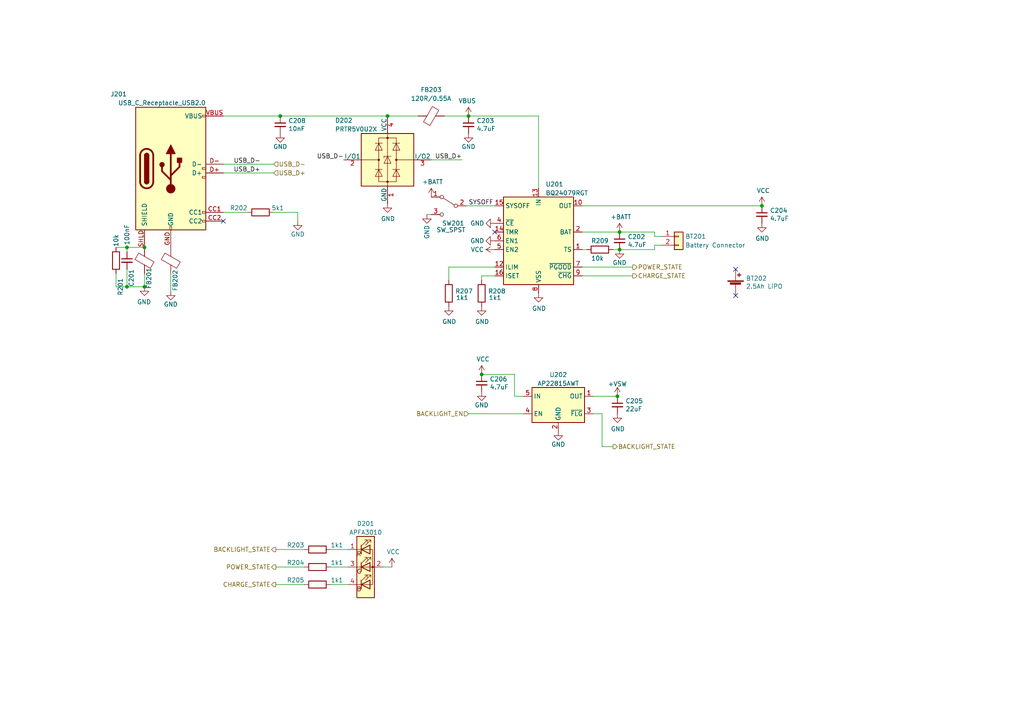
<source format=kicad_sch>
(kicad_sch (version 20211123) (generator eeschema)
  (paper "A4")
  (title_block (title "Power") (date "2022-04-27") (rev "0.1"))
  (lib_symbols
    (symbol "Battery_Management:BQ24079RGT"
      (property "Reference" "U" (at -8.89 13.97 0))
      (property "Value" "BQ24079RGT" (at 16.51 13.97 0))
      (symbol "BQ24079RGT_0_1"
        (rectangle (start -10.16 12.7) (end 10.16 -12.7) (stroke (width 0.254)) (fill (type background)))
      )
      (symbol "BQ24079RGT_1_1"
        (pin passive line (at 12.7 -2.54 180) (length 2.54) (name "TS") (number "1"))
        (pin power_out line (at 12.7 10.16 180) (length 2.54) (name "OUT") (number "10"))
        (pin passive line (at 12.7 10.16 180) (length 2.54) hide (name "OUT") (number "11"))
        (pin passive line (at -12.7 -7.62 0) (length 2.54) (name "ILIM") (number "12"))
        (pin power_in line (at 0 15.24 270) (length 2.54) (name "IN") (number "13"))
        (pin input line (at -12.7 2.54 0) (length 2.54) (name "TMR") (number "14"))
        (pin input line (at -12.7 10.16 0) (length 2.54) (name "SYSOFF") (number "15"))
        (pin passive line (at -12.7 -10.16 0) (length 2.54) (name "ISET") (number "16"))
        (pin passive line (at 0 -15.24 90) (length 2.54) hide (name "VSS") (number "17"))
        (pin power_out line (at 12.7 2.54 180) (length 2.54) (name "BAT") (number "2"))
        (pin passive line (at 12.7 2.54 180) (length 2.54) hide (name "BAT") (number "3"))
        (pin input line (at -12.7 5.08 0) (length 2.54) (name "~{CE}") (number "4"))
        (pin input line (at -12.7 -2.54 0) (length 2.54) (name "EN2") (number "5"))
        (pin input line (at -12.7 0 0) (length 2.54) (name "EN1") (number "6"))
        (pin open_collector line (at 12.7 -7.62 180) (length 2.54) (name "~{PGOOD}") (number "7"))
        (pin power_in line (at 0 -15.24 90) (length 2.54) (name "VSS") (number "8"))
        (pin open_collector line (at 12.7 -10.16 180) (length 2.54) (name "~{CHG}") (number "9"))
      )
    )
    (symbol "Connector_Generic:Conn_01x02" (pin_names (offset 1.016) hide)
      (property "Reference" "J" (at 0 2.54 0))
      (property "Value" "Conn_01x02" (at 0 -5.08 0))
      (symbol "Conn_01x02_1_1"
        (rectangle (start -1.27 -2.413) (end 0 -2.667) (stroke (width 0.1524)))
        (rectangle (start -1.27 0.127) (end 0 -0.127) (stroke (width 0.1524)))
        (rectangle (start -1.27 1.27) (end 1.27 -3.81) (stroke (width 0.254)) (fill (type background)))
        (pin passive line (at -5.08 0 0) (length 3.81) (name "Pin_1") (number "1"))
        (pin passive line (at -5.08 -2.54 0) (length 3.81) (name "Pin_2") (number "2"))
      )
    )
    (symbol "Device:Battery_Cell" (pin_numbers hide) (pin_names (offset 0) hide)
      (property "Reference" "BT" (at 2.54 2.54 0))
      (property "Value" "Battery_Cell" (at 2.54 0 0))
      (symbol "Battery_Cell_0_1"
        (rectangle (start -2.286 1.778) (end 2.286 1.524) (fill (type outline)))
        (rectangle (start -1.5748 1.1938) (end 1.4732 0.6858) (fill (type outline)))
        (polyline (pts (xy 0 0.762) (xy 0 0)))
        (polyline (pts (xy 0 1.778) (xy 0 2.54)))
        (polyline (pts (xy 0.508 3.429) (xy 1.524 3.429)) (stroke (width 0.254)))
        (polyline (pts (xy 1.016 3.937) (xy 1.016 2.921)) (stroke (width 0.254)))
      )
      (symbol "Battery_Cell_1_1"
        (pin passive line (at 0 5.08 270) (length 2.54) (name "+") (number "1"))
        (pin passive line (at 0 -2.54 90) (length 2.54) (name "-") (number "2"))
      )
    )
    (symbol "Device:C_Small" (pin_numbers hide) (pin_names (offset 0.254) hide)
      (property "Reference" "C" (at 0.254 1.778 0))
      (property "Value" "C_Small" (at 0.254 -2.032 0))
      (symbol "C_Small_0_1"
        (polyline (pts (xy -1.524 -0.508) (xy 1.524 -0.508)) (stroke (width 0.3302)))
        (polyline (pts (xy -1.524 0.508) (xy 1.524 0.508)) (stroke (width 0.3048)))
      )
      (symbol "C_Small_1_1"
        (pin passive line (at 0 2.54 270) (length 2.032) (name "~") (number "1"))
        (pin passive line (at 0 -2.54 90) (length 2.032) (name "~") (number "2"))
      )
    )
    (symbol "Device:FerriteBead" (pin_numbers hide) (pin_names (offset 0))
      (property "Reference" "FB" (at -3.81 0.635 90))
      (property "Value" "FerriteBead" (at 3.81 0 90))
      (symbol "FerriteBead_0_1"
        (polyline (pts (xy 0 -1.27) (xy 0 -1.2192)))
        (polyline (pts (xy 0 1.27) (xy 0 1.2954)))
        (polyline (pts (xy -2.7686 0.4064) (xy -1.7018 2.2606) (xy 2.7686 -0.3048) (xy 1.6764 -2.159) (xy -2.7686 0.4064)))
      )
      (symbol "FerriteBead_1_1"
        (pin passive line (at 0 3.81 270) (length 2.54) (name "~") (number "1"))
        (pin passive line (at 0 -3.81 90) (length 2.54) (name "~") (number "2"))
      )
    )
    (symbol "Device:R" (pin_numbers hide) (pin_names (offset 0))
      (property "Reference" "R" (at 2.032 0 90))
      (property "Value" "R" (at 0 0 90))
      (symbol "R_0_1"
        (rectangle (start -1.016 -2.54) (end 1.016 2.54) (stroke (width 0.254)))
      )
      (symbol "R_1_1"
        (pin passive line (at 0 3.81 270) (length 1.27) (name "~") (number "1"))
        (pin passive line (at 0 -3.81 90) (length 1.27) (name "~") (number "2"))
      )
    )
    (symbol "LED:APFA3010" (pin_names (offset 0) hide)
      (property "Reference" "D" (at 0 10.16 0))
      (property "Value" "APFA3010" (at 0 -10.16 0))
      (symbol "APFA3010_0_0"
        (text "B" (at -1.905 -6.35 0) (effects (font (size 1.27 1.27))))
        (text "G" (at -1.905 -1.27 0) (effects (font (size 1.27 1.27))))
        (text "R" (at -1.905 3.81 0) (effects (font (size 1.27 1.27))))
      )
      (symbol "APFA3010_0_1"
        (rectangle (start -2.54 -8.89) (end 2.54 8.89) (stroke (width 0.254)) (fill (type background)))
        (polyline (pts (xy -2.54 -5.08) (xy 1.27 -5.08)))
        (polyline (pts (xy -1.27 -3.81) (xy -1.27 -6.35)) (stroke (width 0.254)))
        (polyline (pts (xy -1.27 1.27) (xy -1.27 -1.27)) (stroke (width 0.254)))
        (polyline (pts (xy -1.27 6.35) (xy -1.27 3.81)) (stroke (width 0.254)))
        (polyline (pts (xy 1.27 5.08) (xy -2.54 5.08)))
        (polyline (pts (xy 2.54 0) (xy -2.54 0)))
        (polyline (pts (xy 1.27 -5.08) (xy 2.032 -5.08) (xy 2.032 5.08) (xy 1.27 5.08)))
        (polyline (pts (xy 1.27 -3.81) (xy 1.27 -6.35) (xy -1.27 -5.08) (xy 1.27 -3.81)) (stroke (width 0.254)))
        (polyline (pts (xy 1.27 1.27) (xy 1.27 -1.27) (xy -1.27 0) (xy 1.27 1.27)) (stroke (width 0.254)))
        (polyline (pts (xy 1.27 6.35) (xy 1.27 3.81) (xy -1.27 5.08) (xy 1.27 6.35)) (stroke (width 0.254)))
        (polyline (pts (xy -1.016 -3.81) (xy 0.508 -2.286) (xy -0.254 -2.286) (xy 0.508 -2.286) (xy 0.508 -3.048)))
        (polyline (pts (xy -1.016 1.27) (xy 0.508 2.794) (xy -0.254 2.794) (xy 0.508 2.794) (xy 0.508 2.032)))
        (polyline (pts (xy -1.016 6.35) (xy 0.508 7.874) (xy -0.254 7.874) (xy 0.508 7.874) (xy 0.508 7.112)))
        (polyline (pts (xy 0 -3.81) (xy 1.524 -2.286) (xy 0.762 -2.286) (xy 1.524 -2.286) (xy 1.524 -3.048)))
        (polyline (pts (xy 0 1.27) (xy 1.524 2.794) (xy 0.762 2.794) (xy 1.524 2.794) (xy 1.524 2.032)))
        (polyline (pts (xy 0 6.35) (xy 1.524 7.874) (xy 0.762 7.874) (xy 1.524 7.874) (xy 1.524 7.112)))
        (rectangle (start 1.27 6.35) (end 1.27 6.35))
        (circle (center 2.032 0) (radius 0.254) (fill (type outline)))
      )
      (symbol "APFA3010_1_1"
        (pin input line (at -5.08 5.08 0) (length 2.54) (name "R") (number "1"))
        (pin power_in line (at 5.08 0 180) (length 2.54) (name "A") (number "2"))
        (pin input line (at -5.08 0 0) (length 2.54) (name "G") (number "3"))
        (pin input line (at -5.08 -5.08 0) (length 2.54) (name "B") (number "4"))
      )
    )
    (symbol "Power_Protection:PRTR5V0U2X" (pin_names (offset 0))
      (property "Reference" "D" (at 2.794 8.636 0))
      (property "Value" "PRTR5V0U2X" (at 8.128 -9.398 0))
      (symbol "PRTR5V0U2X_0_1"
        (rectangle (start -7.62 -7.62) (end 7.62 7.62) (stroke (width 0.254)) (fill (type background)))
        (circle (center -2.54 0) (radius 0.254) (fill (type outline)))
        (rectangle (start -2.54 6.35) (end 2.54 -6.35))
        (circle (center 0 -6.35) (radius 0.254) (fill (type outline)))
        (polyline (pts (xy -2.54 0) (xy -7.62 0)))
        (polyline (pts (xy -1.524 -2.794) (xy -3.556 -2.794)))
        (polyline (pts (xy -1.524 4.826) (xy -3.556 4.826)))
        (polyline (pts (xy 0 -7.62) (xy 0 7.62)))
        (polyline (pts (xy 1.524 -2.794) (xy 3.556 -2.794)))
        (polyline (pts (xy 1.524 4.826) (xy 3.556 4.826)))
        (polyline (pts (xy 2.54 0) (xy 7.62 0)))
        (polyline (pts (xy 1.016 1.016) (xy -1.016 1.016) (xy -1.016 0.508)))
        (polyline (pts (xy -3.556 -4.826) (xy -1.524 -4.826) (xy -2.54 -2.794) (xy -3.556 -4.826)))
        (polyline (pts (xy -3.556 2.794) (xy -1.524 2.794) (xy -2.54 4.826) (xy -3.556 2.794)))
        (polyline (pts (xy -1.016 -1.016) (xy 1.016 -1.016) (xy 0 1.016) (xy -1.016 -1.016)))
        (polyline (pts (xy 3.556 -4.826) (xy 1.524 -4.826) (xy 2.54 -2.794) (xy 3.556 -4.826)))
        (polyline (pts (xy 3.556 2.794) (xy 1.524 2.794) (xy 2.54 4.826) (xy 3.556 2.794)))
        (circle (center 0 6.35) (radius 0.254) (fill (type outline)))
        (circle (center 2.54 0) (radius 0.254) (fill (type outline)))
      )
      (symbol "PRTR5V0U2X_1_1"
        (pin passive line (at 0 -12.7 90) (length 5.08) (name "GND") (number "1"))
        (pin passive line (at -12.7 0 0) (length 5.08) (name "I/O1") (number "2"))
        (pin passive line (at 12.7 0 180) (length 5.08) (name "I/O2") (number "3"))
        (pin passive line (at 0 12.7 270) (length 5.08) (name "VCC") (number "4"))
      )
    )
    (symbol "Switch:SW_SPDT" (pin_names (offset 0) hide)
      (property "Reference" "SW" (at 0 4.318 0))
      (property "Value" "SW_SPDT" (at 0 -5.08 0))
      (symbol "SW_SPDT_0_0"
        (circle (center -2.032 0) (radius 0.508))
        (circle (center 2.032 -2.54) (radius 0.508))
      )
      (symbol "SW_SPDT_0_1"
        (polyline (pts (xy -1.524 0.254) (xy 1.651 2.286)))
        (circle (center 2.032 2.54) (radius 0.508))
      )
      (symbol "SW_SPDT_1_1"
        (pin passive line (at 5.08 2.54 180) (length 2.54) (name "A") (number "1"))
        (pin passive line (at -5.08 0 0) (length 2.54) (name "B") (number "2"))
        (pin passive line (at 5.08 -2.54 180) (length 2.54) (name "C") (number "3"))
      )
    )
    (symbol "ergoducks:AP22815AWT"
      (property "Reference" "U" (at -7.62 -6.35 0))
      (property "Value" "AP22815AWT" (at -7.62 6.35 0))
      (symbol "AP22815AWT_0_1"
        (rectangle (start -7.62 5.08) (end 7.62 -5.08) (stroke (width 0.254)) (fill (type background)))
      )
      (symbol "AP22815AWT_1_1"
        (pin power_out line (at 10.16 2.54 180) (length 2.54) (name "OUT") (number "1"))
        (pin power_in line (at 0 -7.62 90) (length 2.54) (name "GND") (number "2"))
        (pin open_collector line (at 10.16 -2.54 180) (length 2.54) (name "~{FLG}") (number "3"))
        (pin input line (at -10.16 -2.54 0) (length 2.54) (name "EN") (number "4"))
        (pin power_in line (at -10.16 2.54 0) (length 2.54) (name "IN") (number "5"))
      )
    )
    (symbol "ergoducks:USB_C_Receptacle_USB2.0" (pin_names (offset 1.016))
      (property "Reference" "J" (at -10.16 19.05 0))
      (property "Value" "USB_C_Receptacle_USB2.0" (at 19.05 19.05 0))
      (symbol "USB_C_Receptacle_USB2.0_0_0"
        (rectangle (start -0.254 -17.78) (end 0.254 -16.764))
        (rectangle (start 10.16 -14.986) (end 9.144 -15.494))
        (rectangle (start 10.16 -12.446) (end 9.144 -12.954))
        (rectangle (start 10.16 -2.286) (end 9.144 -2.794))
        (rectangle (start 10.16 0.254) (end 9.144 -0.254))
        (rectangle (start 10.16 15.494) (end 9.144 14.986))
      )
      (symbol "USB_C_Receptacle_USB2.0_0_1"
        (rectangle (start -10.16 17.78) (end 10.16 -17.78) (stroke (width 0.254)) (fill (type background)))
        (arc (start -8.89 -3.81) (mid -6.985 -5.715) (end -5.08 -3.81) (stroke (width 0.508)))
        (arc (start -7.62 -3.81) (mid -6.985 -4.445) (end -6.35 -3.81) (stroke (width 0.254)))
        (arc (start -7.62 -3.81) (mid -6.985 -4.445) (end -6.35 -3.81) (stroke (width 0.254)) (fill (type outline)))
        (rectangle (start -7.62 -3.81) (end -6.35 3.81) (stroke (width 0.254)) (fill (type outline)))
        (arc (start -6.35 3.81) (mid -6.985 4.445) (end -7.62 3.81) (stroke (width 0.254)))
        (arc (start -6.35 3.81) (mid -6.985 4.445) (end -7.62 3.81) (stroke (width 0.254)) (fill (type outline)))
        (arc (start -5.08 3.81) (mid -6.985 5.715) (end -8.89 3.81) (stroke (width 0.508)))
        (circle (center -2.54 1.143) (radius 0.635) (stroke (width 0.254)) (fill (type outline)))
        (circle (center 0 -5.842) (radius 1.27) (fill (type outline)))
        (polyline (pts (xy -8.89 -3.81) (xy -8.89 3.81)) (stroke (width 0.508)))
        (polyline (pts (xy -5.08 3.81) (xy -5.08 -3.81)) (stroke (width 0.508)))
        (polyline (pts (xy 0 -5.842) (xy 0 4.318)) (stroke (width 0.508)))
        (polyline (pts (xy 0 -3.302) (xy -2.54 -0.762) (xy -2.54 0.508)) (stroke (width 0.508)))
        (polyline (pts (xy 0 -2.032) (xy 2.54 0.508) (xy 2.54 1.778)) (stroke (width 0.508)))
        (polyline (pts (xy -1.27 4.318) (xy 0 6.858) (xy 1.27 4.318) (xy -1.27 4.318)) (stroke (width 0.254)) (fill (type outline)))
        (rectangle (start 1.905 1.778) (end 3.175 3.048) (stroke (width 0.254)) (fill (type outline)))
      )
      (symbol "USB_C_Receptacle_USB2.0_1_1"
        (pin no_connect line (at 15.24 8.89 180) (length 5.08) hide (name "A10") (number "A10"))
        (pin no_connect line (at 15.24 8.89 180) (length 5.08) hide (name "A11") (number "A11"))
        (pin no_connect line (at 15.24 8.89 180) (length 5.08) hide (name "A2") (number "A2"))
        (pin no_connect line (at 15.24 8.89 180) (length 5.08) hide (name "A3") (number "A3"))
        (pin no_connect line (at 15.24 8.89 180) (length 5.08) hide (name "B10") (number "B10"))
        (pin no_connect line (at 15.24 8.89 180) (length 5.08) hide (name "B11") (number "B11"))
        (pin no_connect line (at 15.24 8.89 180) (length 5.08) hide (name "B2") (number "B2"))
        (pin no_connect line (at 15.24 8.89 180) (length 5.08) hide (name "B2") (number "B2"))
        (pin no_connect line (at 15.24 8.89 180) (length 5.08) hide (name "B3") (number "B3"))
        (pin bidirectional line (at 15.24 -12.7 180) (length 5.08) (name "CC1") (number "CC1"))
        (pin no_connect line (at 15.24 8.89 180) (length 5.08) hide (name "CC1") (number "CC1"))
        (pin bidirectional line (at 15.24 -15.24 180) (length 5.08) (name "CC2") (number "CC2"))
        (pin no_connect line (at 15.24 8.89 180) (length 5.08) hide (name "CC2") (number "CC2"))
        (pin bidirectional line (at 15.24 -1.27 180) (length 5.08) (name "D+") (number "D+"))
        (pin bidirectional line (at 15.24 1.27 180) (length 5.08) (name "D-") (number "D-"))
        (pin passive line (at 0 -22.86 90) (length 5.08) (name "GND") (number "GND"))
        (pin passive line (at -7.62 -22.86 90) (length 5.08) (name "SHIELD") (number "SHLD"))
        (pin power_in line (at 15.24 15.24 180) (length 5.08) (name "VBUS") (number "VBUS"))
      )
    )
    (symbol "power:+BATT" (power) (pin_names (offset 0))
      (property "Value" "+BATT" (at 0 3.556 0))
      (symbol "+BATT_0_1"
        (polyline (pts (xy -0.762 1.27) (xy 0 2.54)))
        (polyline (pts (xy 0 0) (xy 0 2.54)))
        (polyline (pts (xy 0 2.54) (xy 0.762 1.27)))
      )
      (symbol "+BATT_1_1"
        (pin power_in line (at 0 0 90) (length 0) hide (name "+BATT") (number "1"))
      )
    )
    (symbol "power:+VSW" (power) (pin_names (offset 0))
      (property "Value" "+VSW" (at 0 3.556 0))
      (symbol "+VSW_0_1"
        (polyline (pts (xy -0.762 1.27) (xy 0 2.54)))
        (polyline (pts (xy 0 0) (xy 0 2.54)))
        (polyline (pts (xy 0 2.54) (xy 0.762 1.27)))
      )
      (symbol "+VSW_1_1"
        (pin power_in line (at 0 0 90) (length 0) hide (name "+VSW") (number "1"))
      )
    )
    (symbol "power:GND" (power) (pin_names (offset 0))
      (property "Value" "GND" (at 0 -3.81 0))
      (symbol "GND_0_1"
        (polyline (pts (xy 0 0) (xy 0 -1.27) (xy 1.27 -1.27) (xy 0 -2.54) (xy -1.27 -1.27) (xy 0 -1.27)))
      )
      (symbol "GND_1_1"
        (pin power_in line (at 0 0 270) (length 0) hide (name "GND") (number "1"))
      )
    )
    (symbol "power:VBUS" (power) (pin_names (offset 0))
      (property "Value" "VBUS" (at 0 3.81 0))
      (symbol "VBUS_0_1"
        (polyline (pts (xy -0.762 1.27) (xy 0 2.54)))
        (polyline (pts (xy 0 0) (xy 0 2.54)))
        (polyline (pts (xy 0 2.54) (xy 0.762 1.27)))
      )
      (symbol "VBUS_1_1"
        (pin power_in line (at 0 0 90) (length 0) hide (name "VBUS") (number "1"))
      )
    )
    (symbol "power:VCC" (power) (pin_names (offset 0))
      (property "Value" "VCC" (at 0 3.81 0))
      (symbol "VCC_0_1"
        (polyline (pts (xy -0.762 1.27) (xy 0 2.54)))
        (polyline (pts (xy 0 0) (xy 0 2.54)))
        (polyline (pts (xy 0 2.54) (xy 0.762 1.27)))
      )
      (symbol "VCC_1_1"
        (pin power_in line (at 0 0 90) (length 0) hide (name "VCC") (number "1"))
      )
    )
  )
  (junction (at 179.705 67.31))
  (junction (at 179.07 114.935))
  (junction (at 112.395 33.655))
  (junction (at 220.98 59.69))
  (junction (at 135.89 33.655))
  (junction (at 36.83 83.185))
  (junction (at 139.7 108.585))
  (junction (at 36.83 71.755))
  (junction (at 41.91 71.755))
  (junction (at 41.91 83.185))
  (junction (at 81.28 33.655))
  (junction (at 179.705 72.39))
  (no_connect (at 64.77 64.135))
  (no_connect (at 213.36 85.725))
  (no_connect (at 213.36 78.105))
  (no_connect (at 143.51 67.31))
  (wire (pts (xy 64.77 33.655) (xy 81.28 33.655)))
  (wire (pts (xy 191.77 71.12) (xy 189.865 71.12)))
  (wire (pts (xy 139.7 80.01) (xy 139.7 81.28)))
  (wire (pts (xy 149.225 114.935) (xy 149.225 108.585)))
  (wire (pts (xy 86.36 61.595) (xy 79.375 61.595)))
  (wire (pts (xy 135.255 59.69) (xy 143.51 59.69)))
  (wire (pts (xy 80.01 164.465) (xy 88.265 164.465)))
  (wire (pts (xy 95.885 169.545) (xy 100.965 169.545)))
  (wire (pts (xy 123.825 62.23) (xy 125.095 62.23)))
  (wire (pts (xy 168.91 67.31) (xy 179.705 67.31)))
  (wire (pts (xy 189.865 68.58) (xy 191.77 68.58)))
  (wire (pts (xy 80.01 159.385) (xy 88.265 159.385)))
  (wire (pts (xy 81.28 33.655) (xy 112.395 33.655)))
  (wire (pts (xy 135.89 120.015) (xy 151.765 120.015)))
  (wire (pts (xy 130.175 77.47) (xy 130.175 81.28)))
  (wire (pts (xy 33.655 79.375) (xy 33.655 83.185)))
  (wire (pts (xy 168.91 77.47) (xy 183.515 77.47)))
  (wire (pts (xy 172.085 114.935) (xy 179.07 114.935)))
  (wire (pts (xy 112.395 33.655) (xy 121.285 33.655)))
  (wire (pts (xy 80.01 169.545) (xy 88.265 169.545)))
  (wire (pts (xy 86.36 61.595) (xy 86.36 64.135)))
  (wire (pts (xy 177.8 129.54) (xy 174.625 129.54)))
  (wire (pts (xy 36.83 83.185) (xy 36.83 78.105)))
  (wire (pts (xy 64.77 61.595) (xy 71.755 61.595)))
  (wire (pts (xy 179.705 67.31) (xy 189.865 67.31)))
  (wire (pts (xy 156.21 33.655) (xy 156.21 54.61)))
  (wire (pts (xy 189.865 71.12) (xy 189.865 72.39)))
  (wire (pts (xy 135.89 33.655) (xy 156.21 33.655)))
  (wire (pts (xy 64.77 47.625) (xy 79.375 47.625)))
  (wire (pts (xy 151.765 114.935) (xy 149.225 114.935)))
  (wire (pts (xy 128.905 33.655) (xy 135.89 33.655)))
  (wire (pts (xy 111.125 164.465) (xy 113.665 164.465)))
  (wire (pts (xy 168.91 80.01) (xy 183.515 80.01)))
  (wire (pts (xy 174.625 120.015) (xy 172.085 120.015)))
  (wire (pts (xy 41.91 71.755) (xy 36.83 71.755)))
  (wire (pts (xy 33.655 83.185) (xy 36.83 83.185)))
  (wire (pts (xy 95.885 159.385) (xy 100.965 159.385)))
  (wire (pts (xy 189.865 67.31) (xy 189.865 68.58)))
  (wire (pts (xy 125.095 46.355) (xy 133.985 46.355)))
  (wire (pts (xy 149.225 108.585) (xy 139.7 108.585)))
  (wire (pts (xy 177.8 72.39) (xy 179.705 72.39)))
  (wire (pts (xy 170.18 72.39) (xy 168.91 72.39)))
  (wire (pts (xy 130.175 77.47) (xy 143.51 77.47)))
  (wire (pts (xy 41.91 79.375) (xy 41.91 83.185)))
  (wire (pts (xy 168.91 59.69) (xy 220.98 59.69)))
  (wire (pts (xy 41.91 83.185) (xy 36.83 83.185)))
  (wire (pts (xy 95.885 164.465) (xy 100.965 164.465)))
  (wire (pts (xy 36.83 71.755) (xy 36.83 73.025)))
  (wire (pts (xy 174.625 129.54) (xy 174.625 120.015)))
  (wire (pts (xy 33.655 71.755) (xy 36.83 71.755)))
  (wire (pts (xy 49.53 79.375) (xy 49.53 84.455)))
  (wire (pts (xy 64.77 50.165) (xy 79.375 50.165)))
  (wire (pts (xy 189.865 72.39) (xy 179.705 72.39)))
  (wire (pts (xy 143.51 80.01) (xy 139.7 80.01)))
  (label "USB_D+" (at 133.985 46.355 180))
  (label "SYSOFF" (at 135.89 59.69 0))
  (label "USB_D-" (at 99.695 46.355 180))
  (label "USB_D+" (at 75.565 50.165 180))
  (label "USB_D-" (at 75.565 47.625 180))
  (hierarchical_label "USB_D-" (shape input) (at 79.375 47.625 0))
  (hierarchical_label "POWER_STATE" (shape output) (at 183.515 77.47 0))
  (hierarchical_label "USB_D+" (shape input) (at 79.375 50.165 0))
  (hierarchical_label "CHARGE_STATE" (shape output) (at 80.01 169.545 180))
  (hierarchical_label "BACKLIGHT_STATE" (shape output) (at 80.01 159.385 180))
  (hierarchical_label "CHARGE_STATE" (shape output) (at 183.515 80.01 0))
  (hierarchical_label "BACKLIGHT_EN" (shape input) (at 135.89 120.015 180))
  (hierarchical_label "POWER_STATE" (shape output) (at 80.01 164.465 180))
  (hierarchical_label "BACKLIGHT_STATE" (shape output) (at 177.8 129.54 0))
  (symbol (lib_id "power:VCC") (at 220.98 59.69 0) (unit 1)
    (property "Reference" "#PWR0219" (effects hide))
    (property "Value" "VCC" (at 221.361 55.2958 0))
  )
  (symbol (lib_id "power:GND") (at 156.21 85.09 0) (unit 1)
    (property "Reference" "#PWR0207" (effects hide))
    (property "Value" "GND" (at 156.337 89.4842 0))
  )
  (symbol (lib_id "Device:C_Small") (at 179.705 69.85 0) (unit 1)
    (property "Reference" "C202" (at 182.0418 68.6816 0) (effects (justify left)))
    (property "Value" "4.7uF" (at 182.0418 70.993 0) (effects (justify left)))
    (property "Footprint" "Capacitor_SMD:C_0603_1608Metric_Pad1.08x0.95mm_HandSolder" (effects hide))
    (property "Datasheet" "https://media.digikey.com/pdf/Data%20Sheets/Samsung%20PDFs/CL10A475KQ8NNNC_Spec.pdf" (effects hide))
    (property "MANUFACTURER" "Samsung" (effects hide))
    (property "PARTREV" " " (effects hide))
    (property "Product name" "CL10A475KQ8NNNC" (effects hide))
    (property "Mouser partno" "187-CL10A475KQ8NNNC" (effects hide))
    (property "Digikey partno" "1276-1045-1-ND" (effects hide))
  )
  (symbol (lib_id "power:VBUS") (at 135.89 33.655 0) (mirror y) (unit 1)
    (property "Reference" "#PWR0205" (effects hide))
    (property "Value" "VBUS" (at 135.509 29.2608 0))
  )
  (symbol (lib_id "power:GND") (at 49.53 84.455 0) (mirror y) (unit 1)
    (property "Reference" "#PWR0203" (effects hide))
    (property "Value" "GND" (at 49.53 88.265 0))
  )
  (symbol (lib_id "power:GND") (at 41.91 83.185 0) (mirror y) (unit 1)
    (property "Reference" "#PWR0201" (effects hide))
    (property "Value" "GND" (at 41.783 87.5792 0))
  )
  (symbol (lib_id "ergoducks:USB_C_Receptacle_USB2.0") (at 49.53 48.895 0) (unit 1)
    (property "Reference" "J201" (at 36.83 27.305 0) (effects (justify right)))
    (property "Value" "USB_C_Receptacle_USB2.0" (at 59.69 29.845 0) (effects (justify right)))
    (property "Footprint" "prettylib:JAE_DX07B024XJ1" (effects hide))
    (property "Datasheet" "https://www.usb.org/sites/default/files/documents/usb_type-c.zip" (effects hide))
    (property "MANUFACTURER" "JAE" (effects hide))
    (property "PARTREV" " " (effects hide))
    (property "Product name" "DX07B024XJ1R1300" (effects hide))
    (property "Mouser partno" "656-DX07B024XJ1R1300 " (effects hide))
    (property "Digikey partno" "670-2849-1-ND" (effects hide))
  )
  (symbol (lib_id "Power_Protection:PRTR5V0U2X") (at 112.395 46.355 0) (unit 1)
    (property "Reference" "D202" (at 97.155 34.925 0) (effects (justify left)))
    (property "Value" "PRTR5V0U2X" (at 97.155 37.465 0) (effects (justify left)))
    (property "Footprint" "Package_TO_SOT_SMD:SOT-143" (effects hide))
    (property "Datasheet" "https://assets.nexperia.com/documents/data-sheet/PRTR5V0U2X.pdf" (effects hide))
    (property "MANUFACTURER" "Nexperia " (effects hide))
    (property "PARTREV" " " (effects hide))
    (property "Product name" "PRTR5V0U2X" (effects hide))
    (property "Mouser partno" "771-PRTR5V0U2X-T/R" (effects hide))
    (property "Digikey partno" "1727-3884-1-ND" (effects hide))
  )
  (symbol (lib_id "power:GND") (at 112.395 59.055 0) (unit 1)
    (property "Reference" "#PWR0217" (effects hide))
    (property "Value" "GND" (at 112.522 63.4492 0))
  )
  (symbol (lib_id "power:GND") (at 179.07 120.015 0) (unit 1)
    (property "Reference" "#PWR0127" (effects hide))
    (property "Value" "GND" (at 179.197 124.4092 0))
  )
  (symbol (lib_id "power:+VSW") (at 179.07 114.935 0) (unit 1)
    (property "Reference" "#PWR0125" (effects hide))
    (property "Value" "+VSW" (at 179.07 111.3592 0))
  )
  (symbol (lib_id "power:GND") (at 123.825 62.23 0) (mirror y) (unit 1)
    (property "Reference" "#PWR0175" (effects hide))
    (property "Value" "GND" (at 123.825 67.31 90))
  )
  (symbol (lib_id "Device:R") (at 92.075 164.465 270) (unit 1)
    (property "Reference" "R204" (at 83.185 163.195 90) (effects (justify left)))
    (property "Value" "1k1" (at 95.885 163.195 90) (effects (justify left)))
    (property "Footprint" "Resistor_SMD:R_0603_1608Metric_Pad0.98x0.95mm_HandSolder" (effects hide))
    (property "Datasheet" "https://www.seielect.com/catalog/sei-rmcf_rmcp.pdf" (effects hide))
    (property "MANUFACTURER" "Stackpole" (effects hide))
    (property "PARTREV" " " (effects hide))
    (property "Product name" "RNCP0603FTD1K10" (effects hide))
    (property "Mouser partno" "667-ERJ-H3EF1101V " (effects hide))
    (property "Digikey partno" "RNCP0603FTD1K10CT-ND" (effects hide))
  )
  (symbol (lib_id "power:+BATT") (at 179.705 67.31 0) (unit 1)
    (property "Reference" "#PWR0121" (effects hide))
    (property "Value" "+BATT" (at 180.086 62.9158 0))
  )
  (symbol (lib_id "Device:C_Small") (at 135.89 36.195 0) (unit 1)
    (property "Reference" "C203" (at 138.2268 35.0266 0) (effects (justify left)))
    (property "Value" "4.7uF" (at 138.2268 37.338 0) (effects (justify left)))
    (property "Footprint" "Capacitor_SMD:C_0603_1608Metric_Pad1.08x0.95mm_HandSolder" (effects hide))
    (property "Datasheet" "https://media.digikey.com/pdf/Data%20Sheets/Samsung%20PDFs/CL10A475KQ8NNNC_Spec.pdf" (effects hide))
    (property "MANUFACTURER" "Samsung" (effects hide))
    (property "PARTREV" " " (effects hide))
    (property "Product name" "CL10A475KQ8NNNC" (effects hide))
    (property "Mouser partno" "187-CL10A475KQ8NNNC" (effects hide))
    (property "Digikey partno" "1276-1045-1-ND" (effects hide))
  )
  (symbol (lib_id "power:GND") (at 81.28 38.735 0) (mirror y) (unit 1)
    (property "Reference" "#PWR0122" (effects hide))
    (property "Value" "GND" (at 81.28 42.545 0))
  )
  (symbol (lib_id "power:GND") (at 220.98 64.77 0) (unit 1)
    (property "Reference" "#PWR0220" (effects hide))
    (property "Value" "GND" (at 221.107 69.1642 0))
  )
  (symbol (lib_id "Device:R") (at 92.075 169.545 270) (unit 1)
    (property "Reference" "R205" (at 83.185 168.275 90) (effects (justify left)))
    (property "Value" "1k1" (at 95.885 168.275 90) (effects (justify left)))
    (property "Footprint" "Resistor_SMD:R_0603_1608Metric_Pad0.98x0.95mm_HandSolder" (effects hide))
    (property "Datasheet" "https://www.seielect.com/catalog/sei-rmcf_rmcp.pdf" (effects hide))
    (property "MANUFACTURER" "Stackpole" (effects hide))
    (property "PARTREV" " " (effects hide))
    (property "Product name" "RNCP0603FTD1K10" (effects hide))
    (property "Mouser partno" "667-ERJ-H3EF1101V " (effects hide))
    (property "Digikey partno" "RNCP0603FTD1K10CT-ND" (effects hide))
  )
  (symbol (lib_id "power:VCC") (at 113.665 164.465 0) (unit 1)
    (property "Reference" "#PWR0174" (effects hide))
    (property "Value" "VCC" (at 114.046 160.0708 0))
  )
  (symbol (lib_id "Device:R") (at 75.565 61.595 270) (unit 1)
    (property "Reference" "R202" (at 66.675 60.325 90) (effects (justify left)))
    (property "Value" "5k1" (at 78.74 60.325 90) (effects (justify left)))
    (property "Footprint" "Resistor_SMD:R_0603_1608Metric_Pad0.98x0.95mm_HandSolder" (effects hide))
    (property "Datasheet" "https://www.seielect.com/catalog/sei-rmcf_rmcp.pdf" (effects hide))
    (property "MANUFACTURER" "Stackpole" (effects hide))
    (property "PARTREV" " " (effects hide))
    (property "Product name" "RMCF0603JT5K10" (effects hide))
    (property "Mouser partno" "603-RC0603JR-075K1L" (effects hide))
    (property "Digikey partno" "RMCF0603JT5K10CT-ND" (effects hide))
  )
  (symbol (lib_id "power:VCC") (at 139.7 108.585 0) (unit 1)
    (property "Reference" "#PWR0126" (effects hide))
    (property "Value" "VCC" (at 140.081 104.1908 0))
  )
  (symbol (lib_id "Connector_Generic:Conn_01x02") (at 196.85 68.58 0) (unit 1)
    (property "Reference" "BT201" (at 198.755 68.58 0) (effects (justify left)))
    (property "Value" "Battery Connector" (at 198.755 71.12 0) (effects (justify left)))
    (property "Footprint" "Connector_JST:JST_PH_B2B-PH-K_1x02_P2.00mm_Vertical" (effects hide))
    (property "MANUFACTURER" "JST" (effects hide))
    (property "PARTREV" " " (effects hide))
    (property "Product name" "B2B-PH-K-S" (effects hide))
    (property "Digikey partno" "455-1704-ND" (effects hide))
  )
  (symbol (lib_id "power:GND") (at 143.51 69.85 270) (unit 1)
    (property "Reference" "#PWR0169" (effects hide))
    (property "Value" "GND" (at 138.43 69.85 90))
  )
  (symbol (lib_id "Device:R") (at 130.175 85.09 180) (unit 1)
    (property "Reference" "R207" (at 137.16 84.455 0) (effects (justify left)))
    (property "Value" "1k1" (at 135.89 86.36 0) (effects (justify left)))
    (property "Footprint" "Resistor_SMD:R_0603_1608Metric_Pad0.98x0.95mm_HandSolder" (effects hide))
    (property "Datasheet" "https://www.seielect.com/catalog/sei-rmcf_rmcp.pdf" (effects hide))
    (property "MANUFACTURER" "Stackpole" (effects hide))
    (property "PARTREV" " " (effects hide))
    (property "Product name" "RNCP0603FTD1K10" (effects hide))
    (property "Mouser partno" "667-ERJ-H3EF1101V " (effects hide))
    (property "Digikey partno" "RNCP0603FTD1K10CT-ND" (effects hide))
  )
  (symbol (lib_id "Device:C_Small") (at 179.07 117.475 0) (mirror y) (unit 1)
    (property "Reference" "C205" (at 181.4068 116.3066 0) (effects (justify right)))
    (property "Value" "22uF" (at 181.4068 118.618 0) (effects (justify right)))
    (property "Footprint" "Capacitor_SMD:C_1206_3216Metric_Pad1.33x1.80mm_HandSolder" (effects hide))
    (property "Datasheet" "https://media.digikey.com/pdf/Data%20Sheets/Samsung%20PDFs/CL10A226MP8NUNC_Spec.pdf" (effects hide))
    (property "MANUFACTURER" "Samsung" (effects hide))
    (property "PARTREV" " " (effects hide))
    (property "Product name" "CL10A226MP8NUNE" (effects hide))
    (property "Mouser partno" "187-CL10A226MP8NUNE" (effects hide))
    (property "Digikey partno" "1276-1274-1-ND" (effects hide))
  )
  (symbol (lib_id "Device:R") (at 92.075 159.385 270) (unit 1)
    (property "Reference" "R203" (at 83.185 158.115 90) (effects (justify left)))
    (property "Value" "1k1" (at 95.885 158.115 90) (effects (justify left)))
    (property "Footprint" "Resistor_SMD:R_0603_1608Metric_Pad0.98x0.95mm_HandSolder" (effects hide))
    (property "Datasheet" "https://www.seielect.com/catalog/sei-rmcf_rmcp.pdf" (effects hide))
    (property "MANUFACTURER" "Stackpole" (effects hide))
    (property "PARTREV" " " (effects hide))
    (property "Product name" "RNCP0603FTD1K10" (effects hide))
    (property "Mouser partno" "667-ERJ-H3EF1101V " (effects hide))
    (property "Digikey partno" "RNCP0603FTD1K10CT-ND" (effects hide))
  )
  (symbol (lib_id "power:+BATT") (at 125.095 57.15 0) (unit 1)
    (property "Reference" "#PWR0176" (effects hide))
    (property "Value" "+BATT" (at 125.476 52.7558 0))
  )
  (symbol (lib_id "Device:R") (at 139.7 85.09 180) (unit 1)
    (property "Reference" "R208" (at 146.685 84.455 0) (effects (justify left)))
    (property "Value" "1k1" (at 145.415 86.36 0) (effects (justify left)))
    (property "Footprint" "Resistor_SMD:R_0603_1608Metric_Pad0.98x0.95mm_HandSolder" (effects hide))
    (property "Datasheet" "https://www.seielect.com/catalog/sei-rmcf_rmcp.pdf" (effects hide))
    (property "MANUFACTURER" "Stackpole" (effects hide))
    (property "PARTREV" " " (effects hide))
    (property "Product name" "RNCP0603FTD1K10" (effects hide))
    (property "Mouser partno" "667-ERJ-H3EF1101V " (effects hide))
    (property "Digikey partno" "RNCP0603FTD1K10CT-ND" (effects hide))
  )
  (symbol (lib_id "power:GND") (at 161.925 125.095 0) (unit 1)
    (property "Reference" "#PWR0128" (effects hide))
    (property "Value" "GND" (at 161.925 128.905 0))
  )
  (symbol (lib_id "Device:C_Small") (at 36.83 75.565 0) (unit 1)
    (property "Reference" "C201" (at 38.1 83.185 90) (effects (justify left)))
    (property "Value" "100nF" (at 36.83 71.12 90) (effects (justify left)))
    (property "Footprint" "Capacitor_SMD:C_0603_1608Metric_Pad1.08x0.95mm_HandSolder" (effects hide))
    (property "Datasheet" "https://media.digikey.com/pdf/Data%20Sheets/Samsung%20PDFs/CL10B104JB8NNNC_Spec.pdf" (effects hide))
    (property "MANUFACTURER" "Samsung" (effects hide))
    (property "PARTREV" " " (effects hide))
    (property "Product name" "CL10B104JB8NNNC" (effects hide))
    (property "Mouser partno" "187-CL10B104JB8NNNC" (effects hide))
    (property "Digikey partno" "1276-1033-1-ND" (effects hide))
  )
  (symbol (lib_id "power:GND") (at 143.51 64.77 270) (unit 1)
    (property "Reference" "#PWR0168" (effects hide))
    (property "Value" "GND" (at 138.43 64.77 90))
  )
  (symbol (lib_id "Device:R") (at 33.655 75.565 180) (unit 1)
    (property "Reference" "R201" (at 34.925 80.645 90) (effects (justify left)))
    (property "Value" "10k" (at 33.655 67.945 90) (effects (justify left)))
    (property "Footprint" "Resistor_SMD:R_0603_1608Metric_Pad0.98x0.95mm_HandSolder" (effects hide))
    (property "Datasheet" "https://www.seielect.com/catalog/sei-rmcf_rmcp.pdf" (effects hide))
    (property "MANUFACTURER" "Stackpole" (effects hide))
    (property "PARTREV" " " (effects hide))
    (property "Product name" "RNCP0603FTD10K0" (effects hide))
    (property "Mouser partno" " 667-ERJ-H3ED1002V" (effects hide))
    (property "Digikey partno" "RNCP0603FTD10K0CT-ND" (effects hide))
  )
  (symbol (lib_id "Switch:SW_SPDT") (at 130.175 59.69 0) (mirror y) (unit 1)
    (property "Reference" "SW201" (at 131.445 64.77 0))
    (property "Value" "SW_SPST" (at 130.81 66.675 0))
    (property "Footprint" "Button_Switch_SMD:SW_SPDT_PCM12" (effects hide))
    (property "Datasheet" "https://www.ckswitches.com/media/1424/pcm.pdf" (effects hide))
    (property "Digikey partno" "401-2016-1-ND" (effects hide))
    (property "MANUFACTURER" "C&K" (effects hide))
    (property "Mouser partno" "611-PCM12SMTR" (effects hide))
    (property "Product name" "PCM12SMTR " (effects hide))
  )
  (symbol (lib_id "power:GND") (at 139.7 113.665 0) (unit 1)
    (property "Reference" "#PWR0171" (effects hide))
    (property "Value" "GND" (at 139.7 117.475 0))
  )
  (symbol (lib_id "Device:FerriteBead") (at 41.91 75.565 180) (unit 1)
    (property "Reference" "FB201" (at 43.18 83.82 90) (effects (justify right)))
    (property "Value" "120R/0.55A" (effects hide))
    (property "Footprint" "Resistor_SMD:R_0603_1608Metric_Pad0.98x0.95mm_HandSolder" (effects hide))
    (property "Datasheet" "https://no.mouser.com/datasheet/2/281/QNFA9101-1915702.pdf" (effects hide))
    (property "MANUFACTURER" "Pulse Electronics Network" (effects hide))
    (property "Product name" "PE-0603PFB121ST" (effects hide))
    (property "Mouser partno" "673-PE-0603PFB121ST " (effects hide))
    (property "Digikey partno" "553-2387-1-ND" (effects hide))
  )
  (symbol (lib_id "power:GND") (at 139.7 88.9 0) (unit 1)
    (property "Reference" "#PWR0172" (effects hide))
    (property "Value" "GND" (at 139.827 93.2942 0))
  )
  (symbol (lib_id "Device:Battery_Cell") (at 213.36 83.185 0) (unit 1) (on_board no)
    (property "Reference" "BT202" (at 216.3572 80.7466 0) (effects (justify left)))
    (property "Value" "2.5Ah LiPO" (at 216.3572 83.058 0) (effects (justify left)))
    (property "Datasheet" "https://www.adafruit.com/product/328#technical-details" (effects hide))
    (property "MANUFACTURER" "Adafruit" (effects hide))
    (property "Product name" "328" (effects hide))
    (property "Adafruit partno" "328" (effects hide))
  )
  (symbol (lib_id "power:GND") (at 130.175 88.9 0) (unit 1)
    (property "Reference" "#PWR0173" (effects hide))
    (property "Value" "GND" (at 130.302 93.2942 0))
  )
  (symbol (lib_id "Battery_Management:BQ24079RGT") (at 156.21 69.85 0) (unit 1)
    (property "Reference" "U201" (at 158.2294 53.4502 0) (effects (justify left)))
    (property "Value" "BQ24079RGT" (at 158.2294 55.9871 0) (effects (justify left)))
    (property "Footprint" "Package_DFN_QFN:VQFN-16-1EP_3x3mm_P0.5mm_EP1.6x1.6mm" (effects hide))
    (property "Datasheet" "http://www.ti.com/lit/ds/symlink/bq24079.pdf" (effects hide))
    (property "Digikey partno" "296-BQ24079QWRGTRQ1CT-ND" (effects hide))
    (property "MANUFACTURER" "Texas Instruments" (effects hide))
    (property "Mouser partno" "595-BQ24079TRGTR " (effects hide))
    (property "Product name" "BQ24079" (effects hide))
  )
  (symbol (lib_id "power:GND") (at 179.705 72.39 0) (unit 1)
    (property "Reference" "#PWR0101" (effects hide))
    (property "Value" "GND" (at 179.705 76.2 0))
  )
  (symbol (lib_id "Device:R") (at 173.99 72.39 270) (unit 1)
    (property "Reference" "R209" (at 171.45 69.85 90) (effects (justify left)))
    (property "Value" "10k" (at 171.45 74.93 90) (effects (justify left)))
    (property "Footprint" "Resistor_SMD:R_0603_1608Metric_Pad0.98x0.95mm_HandSolder" (effects hide))
    (property "Datasheet" "https://www.seielect.com/catalog/sei-rmcf_rmcp.pdf" (effects hide))
    (property "MANUFACTURER" "Stackpole" (effects hide))
    (property "PARTREV" " " (effects hide))
    (property "Product name" "RNCP0603FTD10K0" (effects hide))
    (property "Mouser partno" " 667-ERJ-H3ED1002V" (effects hide))
    (property "Digikey partno" "RNCP0603FTD10K0CT-ND" (effects hide))
  )
  (symbol (lib_id "ergoducks:AP22815AWT") (at 161.925 117.475 0) (unit 1)
    (property "Reference" "U202" (at 161.925 108.6952 0))
    (property "Value" "AP22815AWT" (at 161.925 111.2321 0))
    (property "Footprint" "Package_TO_SOT_SMD:SOT-23-5" (effects hide))
    (property "Datasheet" "https://www.diodes.com/assets/Datasheets/AP22815-615.pdf" (effects hide))
    (property "Digikey partno" "AP22815AWT-7DICT-ND" (effects hide))
    (property "MANUFACTURER" "Diodes Incorporated" (effects hide))
    (property "Mouser partno" "621-AP22815AWT-7 " (effects hide))
    (property "Product name" "AP22815AWT-7" (effects hide))
  )
  (symbol (lib_id "Device:C_Small") (at 220.98 62.23 0) (unit 1)
    (property "Reference" "C204" (at 223.3168 61.0616 0) (effects (justify left)))
    (property "Value" "4.7uF" (at 223.3168 63.373 0) (effects (justify left)))
    (property "Footprint" "Capacitor_SMD:C_0603_1608Metric_Pad1.08x0.95mm_HandSolder" (effects hide))
    (property "Datasheet" "https://media.digikey.com/pdf/Data%20Sheets/Samsung%20PDFs/CL10A475KQ8NNNC_Spec.pdf" (effects hide))
    (property "MANUFACTURER" "Samsung" (effects hide))
    (property "PARTREV" " " (effects hide))
    (property "Product name" "CL10A475KQ8NNNC" (effects hide))
    (property "Mouser partno" "187-CL10A475KQ8NNNC" (effects hide))
    (property "Digikey partno" "1276-1045-1-ND" (effects hide))
  )
  (symbol (lib_id "power:VCC") (at 143.51 72.39 90) (unit 1)
    (property "Reference" "#PWR0170" (effects hide))
    (property "Value" "VCC" (at 138.43 72.39 90))
  )
  (symbol (lib_id "Device:C_Small") (at 139.7 111.125 0) (unit 1)
    (property "Reference" "C206" (at 142.0368 109.9566 0) (effects (justify left)))
    (property "Value" "4.7uF" (at 142.0368 112.268 0) (effects (justify left)))
    (property "Footprint" "Capacitor_SMD:C_0603_1608Metric_Pad1.08x0.95mm_HandSolder" (effects hide))
    (property "Datasheet" "https://media.digikey.com/pdf/Data%20Sheets/Samsung%20PDFs/CL10A475KQ8NNNC_Spec.pdf" (effects hide))
    (property "MANUFACTURER" "Samsung" (effects hide))
    (property "PARTREV" " " (effects hide))
    (property "Product name" "CL10A475KQ8NNNC" (effects hide))
    (property "Mouser partno" "187-CL10A475KQ8NNNC" (effects hide))
    (property "Digikey partno" "1276-1045-1-ND" (effects hide))
  )
  (symbol (lib_id "power:GND") (at 135.89 38.735 0) (mirror y) (unit 1)
    (property "Reference" "#PWR0123" (effects hide))
    (property "Value" "GND" (at 135.89 42.545 0))
  )
  (symbol (lib_id "LED:APFA3010") (at 106.045 164.465 0) (unit 1)
    (property "Reference" "D201" (at 106.045 151.8752 0))
    (property "Value" "APFA3010" (at 106.045 154.4121 0))
    (property "Footprint" "LED_SMD:LED_Kingbright_APFA3010_3x1.5mm_Horizontal" (effects hide))
    (property "Datasheet" "http://www.kingbrightusa.com/images/catalog/SPEC/APFA3010LSEEZGKQBKC.pdf" (effects hide))
  )
  (symbol (lib_id "power:GND") (at 86.36 64.135 0) (mirror y) (unit 1)
    (property "Reference" "#PWR0129" (effects hide))
    (property "Value" "GND" (at 86.36 67.945 0))
  )
  (symbol (lib_id "Device:FerriteBead") (at 49.53 75.565 180) (unit 1)
    (property "Reference" "FB202" (at 50.8 84.455 90) (effects (justify right)))
    (property "Value" "120R/0.55A" (effects hide))
    (property "Footprint" "Resistor_SMD:R_0603_1608Metric_Pad0.98x0.95mm_HandSolder" (effects hide))
    (property "Datasheet" "https://no.mouser.com/datasheet/2/281/QNFA9101-1915702.pdf" (effects hide))
    (property "MANUFACTURER" "Pulse Electronics Network" (effects hide))
    (property "Product name" "PE-0603PFB121ST" (effects hide))
    (property "Mouser partno" "673-PE-0603PFB121ST " (effects hide))
    (property "Digikey partno" "553-2387-1-ND" (effects hide))
  )
  (symbol (lib_id "Device:C_Small") (at 81.28 36.195 0) (unit 1)
    (property "Reference" "C208" (at 83.6168 35.0266 0) (effects (justify left)))
    (property "Value" "10nF" (at 83.6168 37.338 0) (effects (justify left)))
    (property "Footprint" "Capacitor_SMD:C_0603_1608Metric_Pad1.08x0.95mm_HandSolder" (effects hide))
    (property "Datasheet" "https://media.digikey.com/pdf/Data%20Sheets/Samsung%20PDFs/CL10B103KB8NNNC_Spec.pdf" (effects hide))
    (property "MANUFACTURER" "Samsung" (effects hide))
    (property "PARTREV" " " (effects hide))
    (property "Product name" "CL10B103KB8NNNC" (effects hide))
    (property "Mouser partno" "187-CL10B103KB8NNNC" (effects hide))
    (property "Digikey partno" "1276-1009-1-ND" (effects hide))
  )
  (symbol (lib_id "Device:FerriteBead") (at 125.095 33.655 90) (unit 1)
    (property "Reference" "FB203" (at 125.0442 26.035 90))
    (property "Value" "120R/0.55A" (at 125.0442 28.575 90))
    (property "Footprint" "Resistor_SMD:R_0603_1608Metric_Pad0.98x0.95mm_HandSolder" (effects hide))
    (property "Datasheet" "https://no.mouser.com/datasheet/2/281/QNFA9101-1915702.pdf" (effects hide))
    (property "MANUFACTURER" "Pulse Electronics Network" (effects hide))
    (property "Product name" "PE-0603PFB121ST" (effects hide))
    (property "Mouser partno" "673-PE-0603PFB121ST " (effects hide))
    (property "Digikey partno" "553-2387-1-ND" (effects hide))
  )
)
</source>
